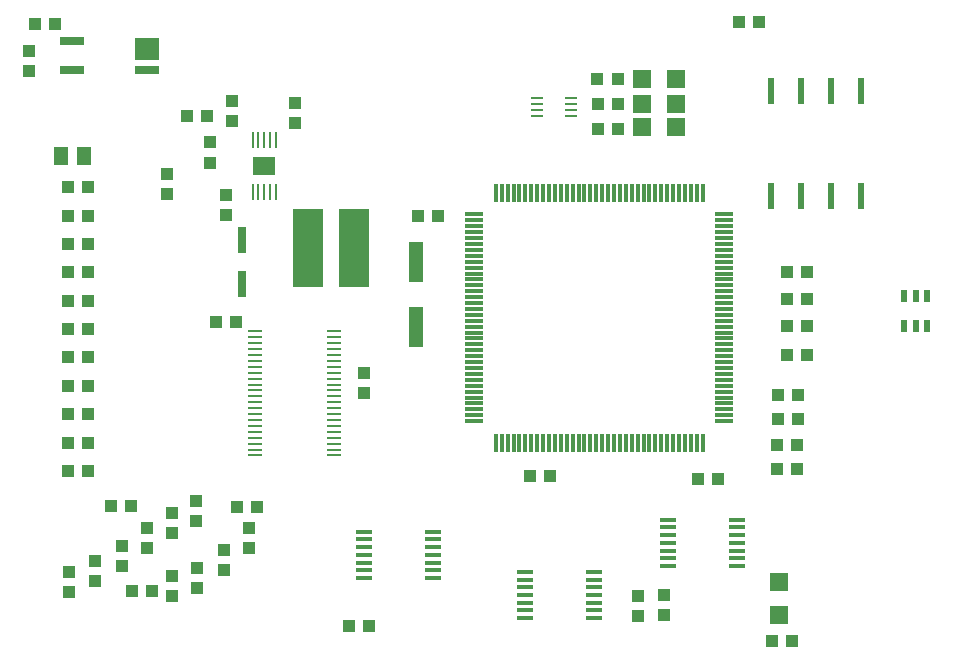
<source format=gtp>
G75*
G70*
%OFA0B0*%
%FSLAX24Y24*%
%IPPOS*%
%LPD*%
%AMOC8*
5,1,8,0,0,1.08239X$1,22.5*
%
%ADD10R,0.0433X0.0394*%
%ADD11R,0.0394X0.0433*%
%ADD12R,0.0118X0.0630*%
%ADD13R,0.0630X0.0118*%
%ADD14R,0.0591X0.0591*%
%ADD15R,0.0512X0.0591*%
%ADD16R,0.0110X0.0560*%
%ADD17R,0.0740X0.0620*%
%ADD18R,0.0315X0.0894*%
%ADD19R,0.0787X0.0252*%
%ADD20R,0.0787X0.0756*%
%ADD21R,0.0420X0.0100*%
%ADD22R,0.0580X0.0140*%
%ADD23R,0.1004X0.2598*%
%ADD24R,0.0236X0.0866*%
%ADD25R,0.0472X0.1378*%
%ADD26R,0.0236X0.0433*%
%ADD27R,0.0492X0.0098*%
D10*
X025955Y012630D03*
X025955Y013299D03*
X026810Y012989D03*
X026810Y013658D03*
X027710Y013494D03*
X027710Y014163D03*
X028555Y014094D03*
X028555Y014764D03*
X029380Y014573D03*
X029380Y015243D03*
X030193Y014973D03*
X030193Y015643D03*
X031133Y014017D03*
X031133Y013348D03*
X030233Y013433D03*
X030233Y012764D03*
X029403Y012469D03*
X029403Y013138D03*
X031952Y014073D03*
X031952Y014742D03*
X035276Y011487D03*
X035945Y011487D03*
X041331Y016493D03*
X042001Y016493D03*
X046924Y016390D03*
X047594Y016390D03*
X035775Y019252D03*
X035775Y019921D03*
X031183Y025194D03*
X031183Y025864D03*
X030649Y026934D03*
X030649Y027603D03*
X031400Y028316D03*
X031400Y028985D03*
X029214Y026552D03*
X029214Y025883D03*
D11*
X026596Y026115D03*
X025927Y026115D03*
X025927Y025154D03*
X026596Y025154D03*
X026596Y024229D03*
X025927Y024229D03*
X025927Y023269D03*
X026596Y023269D03*
X026596Y022308D03*
X025927Y022308D03*
X025927Y021379D03*
X026596Y021379D03*
X026596Y020444D03*
X025927Y020444D03*
X025927Y019493D03*
X026596Y019493D03*
X026596Y018556D03*
X025927Y018556D03*
X025927Y017595D03*
X026596Y017595D03*
X026596Y016650D03*
X025927Y016650D03*
X027340Y015487D03*
X028010Y015487D03*
X031568Y015463D03*
X032238Y015463D03*
X028737Y012645D03*
X028068Y012645D03*
X030869Y021614D03*
X031538Y021614D03*
X037587Y025144D03*
X038256Y025144D03*
X033498Y028264D03*
X033498Y028933D03*
X030573Y028475D03*
X029904Y028475D03*
X025488Y031547D03*
X024819Y031547D03*
X024610Y030667D03*
X024610Y029997D03*
X043572Y029721D03*
X044242Y029721D03*
X044252Y028890D03*
X043583Y028890D03*
X043600Y028063D03*
X044270Y028063D03*
X048277Y031624D03*
X048947Y031624D03*
X049880Y023268D03*
X050549Y023268D03*
X050549Y022382D03*
X049880Y022382D03*
X049880Y021496D03*
X050549Y021496D03*
X050549Y020510D03*
X049880Y020510D03*
X049578Y019194D03*
X050247Y019194D03*
X050245Y018388D03*
X049575Y018388D03*
X049569Y017525D03*
X050238Y017525D03*
X050236Y016705D03*
X049567Y016705D03*
X045786Y012509D03*
X045786Y011839D03*
X044924Y011825D03*
X044924Y012494D03*
X049396Y010994D03*
X050065Y010994D03*
D12*
X047075Y017583D03*
X046879Y017583D03*
X046682Y017583D03*
X046485Y017583D03*
X046288Y017583D03*
X046091Y017583D03*
X045894Y017583D03*
X045697Y017583D03*
X045501Y017583D03*
X045304Y017583D03*
X045107Y017583D03*
X044910Y017583D03*
X044713Y017583D03*
X044516Y017583D03*
X044319Y017583D03*
X044123Y017583D03*
X043926Y017583D03*
X043729Y017583D03*
X043532Y017583D03*
X043335Y017583D03*
X043138Y017583D03*
X042942Y017583D03*
X042745Y017583D03*
X042548Y017583D03*
X042351Y017583D03*
X042154Y017583D03*
X041957Y017583D03*
X041760Y017583D03*
X041564Y017583D03*
X041367Y017583D03*
X041170Y017583D03*
X040973Y017583D03*
X040776Y017583D03*
X040579Y017583D03*
X040382Y017583D03*
X040186Y017583D03*
X040186Y025930D03*
X040382Y025930D03*
X040579Y025930D03*
X040776Y025930D03*
X040973Y025930D03*
X041170Y025930D03*
X041367Y025930D03*
X041564Y025930D03*
X041760Y025930D03*
X041957Y025930D03*
X042154Y025930D03*
X042351Y025930D03*
X042548Y025930D03*
X042745Y025930D03*
X042942Y025930D03*
X043138Y025930D03*
X043335Y025930D03*
X043532Y025930D03*
X043729Y025930D03*
X043926Y025930D03*
X044123Y025930D03*
X044319Y025930D03*
X044516Y025930D03*
X044713Y025930D03*
X044910Y025930D03*
X045107Y025930D03*
X045304Y025930D03*
X045501Y025930D03*
X045697Y025930D03*
X045894Y025930D03*
X046091Y025930D03*
X046288Y025930D03*
X046485Y025930D03*
X046682Y025930D03*
X046879Y025930D03*
X047075Y025930D03*
D13*
X047804Y025202D03*
X047804Y025005D03*
X047804Y024808D03*
X047804Y024611D03*
X047804Y024414D03*
X047804Y024217D03*
X047804Y024020D03*
X047804Y023824D03*
X047804Y023627D03*
X047804Y023430D03*
X047804Y023233D03*
X047804Y023036D03*
X047804Y022839D03*
X047804Y022643D03*
X047804Y022446D03*
X047804Y022249D03*
X047804Y022052D03*
X047804Y021855D03*
X047804Y021658D03*
X047804Y021461D03*
X047804Y021265D03*
X047804Y021068D03*
X047804Y020871D03*
X047804Y020674D03*
X047804Y020477D03*
X047804Y020280D03*
X047804Y020083D03*
X047804Y019887D03*
X047804Y019690D03*
X047804Y019493D03*
X047804Y019296D03*
X047804Y019099D03*
X047804Y018902D03*
X047804Y018706D03*
X047804Y018509D03*
X047804Y018312D03*
X039457Y018312D03*
X039457Y018509D03*
X039457Y018706D03*
X039457Y018902D03*
X039457Y019099D03*
X039457Y019296D03*
X039457Y019493D03*
X039457Y019690D03*
X039457Y019887D03*
X039457Y020083D03*
X039457Y020280D03*
X039457Y020477D03*
X039457Y020674D03*
X039457Y020871D03*
X039457Y021068D03*
X039457Y021265D03*
X039457Y021461D03*
X039457Y021658D03*
X039457Y021855D03*
X039457Y022052D03*
X039457Y022249D03*
X039457Y022446D03*
X039457Y022643D03*
X039457Y022839D03*
X039457Y023036D03*
X039457Y023233D03*
X039457Y023430D03*
X039457Y023627D03*
X039457Y023824D03*
X039457Y024020D03*
X039457Y024217D03*
X039457Y024414D03*
X039457Y024611D03*
X039457Y024808D03*
X039457Y025005D03*
X039457Y025202D03*
D14*
X045054Y028109D03*
X045054Y028890D03*
X045054Y029721D03*
X046174Y029721D03*
X046174Y028890D03*
X046174Y028109D03*
X049623Y012962D03*
X049623Y011842D03*
D15*
X026454Y027147D03*
X025706Y027147D03*
D16*
X032078Y027678D03*
X032268Y027678D03*
X032468Y027678D03*
X032668Y027678D03*
X032858Y027678D03*
X032858Y025958D03*
X032668Y025958D03*
X032468Y025958D03*
X032268Y025958D03*
X032078Y025958D03*
D17*
X032468Y026818D03*
D18*
X031718Y024364D03*
X031718Y022868D03*
D19*
X028554Y030002D03*
X026068Y030002D03*
X026068Y030986D03*
D20*
X028556Y030734D03*
D21*
X041567Y029094D03*
X041567Y028894D03*
X041567Y028694D03*
X041567Y028494D03*
X042687Y028494D03*
X042687Y028694D03*
X042687Y028894D03*
X042687Y029094D03*
D22*
X045916Y015028D03*
X045916Y014768D03*
X045916Y014518D03*
X045916Y014258D03*
X045916Y013998D03*
X045916Y013748D03*
X045916Y013488D03*
X048216Y013488D03*
X048216Y013748D03*
X048216Y013998D03*
X048216Y014258D03*
X048216Y014518D03*
X048216Y014768D03*
X048216Y015028D03*
X043460Y013290D03*
X043460Y013030D03*
X043460Y012780D03*
X043460Y012520D03*
X043460Y012260D03*
X043460Y012010D03*
X043460Y011750D03*
X041160Y011750D03*
X041160Y012010D03*
X041160Y012260D03*
X041160Y012520D03*
X041160Y012780D03*
X041160Y013030D03*
X041160Y013290D03*
X038089Y013349D03*
X038089Y013599D03*
X038089Y013859D03*
X038089Y014119D03*
X038089Y014369D03*
X038089Y014629D03*
X038089Y013089D03*
X035789Y013089D03*
X035789Y013349D03*
X035789Y013599D03*
X035789Y013859D03*
X035789Y014119D03*
X035789Y014369D03*
X035789Y014629D03*
D23*
X035464Y024079D03*
X033909Y024083D03*
D24*
X049354Y025829D03*
X050354Y025829D03*
X051354Y025829D03*
X052354Y025829D03*
X052354Y029329D03*
X051354Y029329D03*
X050354Y029329D03*
X049354Y029329D03*
D25*
X037518Y023605D03*
X037518Y021440D03*
D26*
X053801Y021494D03*
X054175Y021494D03*
X054549Y021494D03*
X054549Y022479D03*
X054175Y022479D03*
X053801Y022479D03*
D27*
X034804Y021304D03*
X034804Y021107D03*
X034804Y020910D03*
X034804Y020713D03*
X034804Y020516D03*
X034804Y020319D03*
X034804Y020122D03*
X034804Y019926D03*
X034804Y019729D03*
X034804Y019532D03*
X034804Y019335D03*
X034804Y019138D03*
X034804Y018941D03*
X034804Y018744D03*
X034804Y018548D03*
X034804Y018351D03*
X034804Y018154D03*
X034804Y017957D03*
X034804Y017760D03*
X034804Y017563D03*
X034804Y017367D03*
X034804Y017170D03*
X032146Y017170D03*
X032146Y017367D03*
X032146Y017563D03*
X032146Y017760D03*
X032146Y017957D03*
X032146Y018154D03*
X032146Y018351D03*
X032146Y018548D03*
X032146Y018744D03*
X032146Y018941D03*
X032146Y019138D03*
X032146Y019335D03*
X032146Y019532D03*
X032146Y019729D03*
X032146Y019926D03*
X032146Y020122D03*
X032146Y020319D03*
X032146Y020516D03*
X032146Y020713D03*
X032146Y020910D03*
X032146Y021107D03*
X032146Y021304D03*
M02*

</source>
